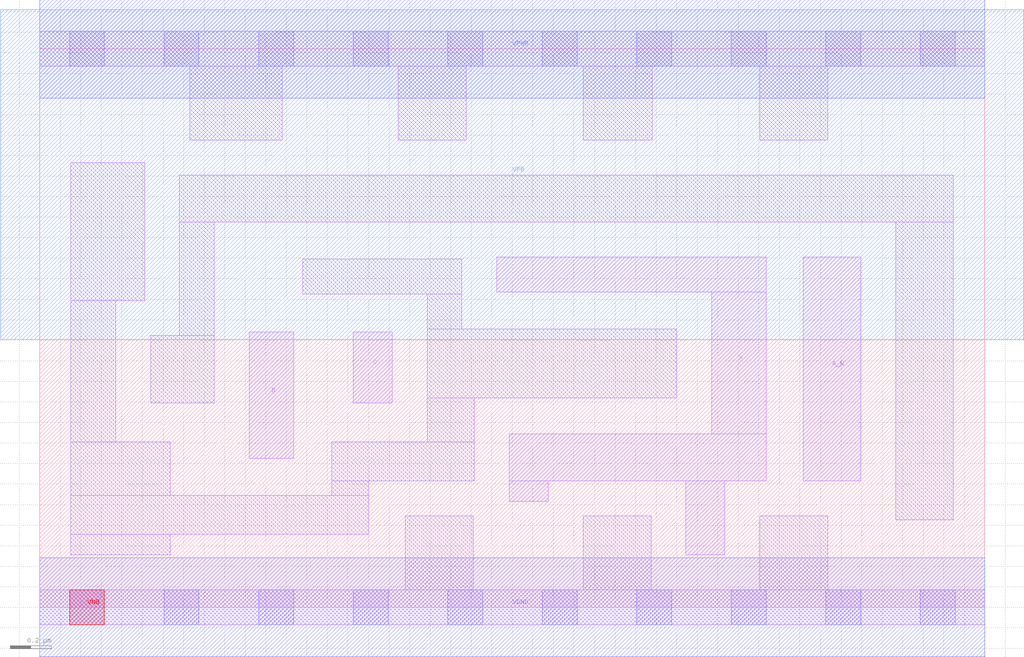
<source format=lef>
# Copyright 2020 The SkyWater PDK Authors
#
# Licensed under the Apache License, Version 2.0 (the "License");
# you may not use this file except in compliance with the License.
# You may obtain a copy of the License at
#
#     https://www.apache.org/licenses/LICENSE-2.0
#
# Unless required by applicable law or agreed to in writing, software
# distributed under the License is distributed on an "AS IS" BASIS,
# WITHOUT WARRANTIES OR CONDITIONS OF ANY KIND, either express or implied.
# See the License for the specific language governing permissions and
# limitations under the License.
#
# SPDX-License-Identifier: Apache-2.0

VERSION 5.7 ;
  NOWIREEXTENSIONATPIN ON ;
  DIVIDERCHAR "/" ;
  BUSBITCHARS "[]" ;
MACRO sky130_fd_sc_hd__and3b_4
  CLASS CORE ;
  FOREIGN sky130_fd_sc_hd__and3b_4 ;
  ORIGIN  0.000000  0.000000 ;
  SIZE  4.600000 BY  2.720000 ;
  SYMMETRY X Y R90 ;
  SITE unithd ;
  PIN A_N
    ANTENNAGATEAREA  0.126000 ;
    DIRECTION INPUT ;
    USE SIGNAL ;
    PORT
      LAYER li1 ;
        RECT 3.715000 0.615000 3.995000 1.705000 ;
    END
  END A_N
  PIN B
    ANTENNAGATEAREA  0.247500 ;
    DIRECTION INPUT ;
    USE SIGNAL ;
    PORT
      LAYER li1 ;
        RECT 1.020000 0.725000 1.235000 1.340000 ;
    END
  END B
  PIN C
    ANTENNAGATEAREA  0.247500 ;
    DIRECTION INPUT ;
    USE SIGNAL ;
    PORT
      LAYER li1 ;
        RECT 1.525000 0.995000 1.715000 1.340000 ;
    END
  END C
  PIN VNB
    PORT
      LAYER pwell ;
        RECT 0.145000 -0.085000 0.315000 0.085000 ;
    END
  END VNB
  PIN VPB
    PORT
      LAYER nwell ;
        RECT -0.190000 1.305000 4.790000 2.910000 ;
    END
  END VPB
  PIN X
    ANTENNADIFFAREA  0.934000 ;
    DIRECTION OUTPUT ;
    USE SIGNAL ;
    PORT
      LAYER li1 ;
        RECT 2.225000 1.535000 3.535000 1.705000 ;
        RECT 2.285000 0.515000 2.475000 0.615000 ;
        RECT 2.285000 0.615000 3.535000 0.845000 ;
        RECT 3.145000 0.255000 3.335000 0.615000 ;
        RECT 3.270000 0.845000 3.535000 1.535000 ;
    END
  END X
  PIN VGND
    DIRECTION INOUT ;
    SHAPE ABUTMENT ;
    USE GROUND ;
    PORT
      LAYER met1 ;
        RECT 0.000000 -0.240000 4.600000 0.240000 ;
    END
  END VGND
  PIN VPWR
    DIRECTION INOUT ;
    SHAPE ABUTMENT ;
    USE POWER ;
    PORT
      LAYER met1 ;
        RECT 0.000000 2.480000 4.600000 2.960000 ;
    END
  END VPWR
  OBS
    LAYER li1 ;
      RECT 0.000000 -0.085000 4.600000 0.085000 ;
      RECT 0.000000  2.635000 4.600000 2.805000 ;
      RECT 0.150000  0.255000 0.635000 0.355000 ;
      RECT 0.150000  0.355000 1.600000 0.545000 ;
      RECT 0.150000  0.545000 0.635000 0.805000 ;
      RECT 0.150000  0.805000 0.370000 1.495000 ;
      RECT 0.150000  1.495000 0.510000 2.165000 ;
      RECT 0.540000  0.995000 0.850000 1.325000 ;
      RECT 0.680000  1.325000 0.850000 1.875000 ;
      RECT 0.680000  1.875000 4.445000 2.105000 ;
      RECT 0.730000  2.275000 1.180000 2.635000 ;
      RECT 1.280000  1.525000 2.055000 1.695000 ;
      RECT 1.420000  0.545000 1.600000 0.615000 ;
      RECT 1.420000  0.615000 2.115000 0.805000 ;
      RECT 1.745000  2.275000 2.075000 2.635000 ;
      RECT 1.780000  0.085000 2.110000 0.445000 ;
      RECT 1.885000  0.805000 2.115000 1.020000 ;
      RECT 1.885000  1.020000 3.100000 1.355000 ;
      RECT 1.885000  1.355000 2.055000 1.525000 ;
      RECT 2.645000  0.085000 2.975000 0.445000 ;
      RECT 2.645000  2.275000 2.980000 2.635000 ;
      RECT 3.505000  0.085000 3.835000 0.445000 ;
      RECT 3.505000  2.275000 3.835000 2.635000 ;
      RECT 4.165000  0.425000 4.445000 1.875000 ;
    LAYER mcon ;
      RECT 0.145000 -0.085000 0.315000 0.085000 ;
      RECT 0.145000  2.635000 0.315000 2.805000 ;
      RECT 0.605000 -0.085000 0.775000 0.085000 ;
      RECT 0.605000  2.635000 0.775000 2.805000 ;
      RECT 1.065000 -0.085000 1.235000 0.085000 ;
      RECT 1.065000  2.635000 1.235000 2.805000 ;
      RECT 1.525000 -0.085000 1.695000 0.085000 ;
      RECT 1.525000  2.635000 1.695000 2.805000 ;
      RECT 1.985000 -0.085000 2.155000 0.085000 ;
      RECT 1.985000  2.635000 2.155000 2.805000 ;
      RECT 2.445000 -0.085000 2.615000 0.085000 ;
      RECT 2.445000  2.635000 2.615000 2.805000 ;
      RECT 2.905000 -0.085000 3.075000 0.085000 ;
      RECT 2.905000  2.635000 3.075000 2.805000 ;
      RECT 3.365000 -0.085000 3.535000 0.085000 ;
      RECT 3.365000  2.635000 3.535000 2.805000 ;
      RECT 3.825000 -0.085000 3.995000 0.085000 ;
      RECT 3.825000  2.635000 3.995000 2.805000 ;
      RECT 4.285000 -0.085000 4.455000 0.085000 ;
      RECT 4.285000  2.635000 4.455000 2.805000 ;
  END
END sky130_fd_sc_hd__and3b_4
END LIBRARY

</source>
